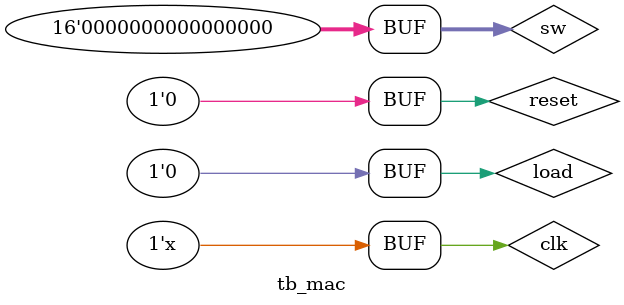
<source format=v>
`timescale 1ns / 1ps

module tb_mac(

    );
    
    reg clk = 0;
    reg load, reset;
    reg [15:0] sw;
    wire done;
    wire [15:0] led;
    wire [3:0] an;
    wire [6:0] seg;
    
    mac m(clk, load, reset, sw, done, led, an ,seg);
    always #5 clk = ~clk;
    
    initial begin
    sw = 16'h0000;
    reset = 0;
    load = 1;
    #5000
    load = 0;
    reset = 0;
    #200
    reset = 1;
    #200
    reset = 0;
    load = 1;
    #5000
    load = 0;
    end
endmodule

</source>
